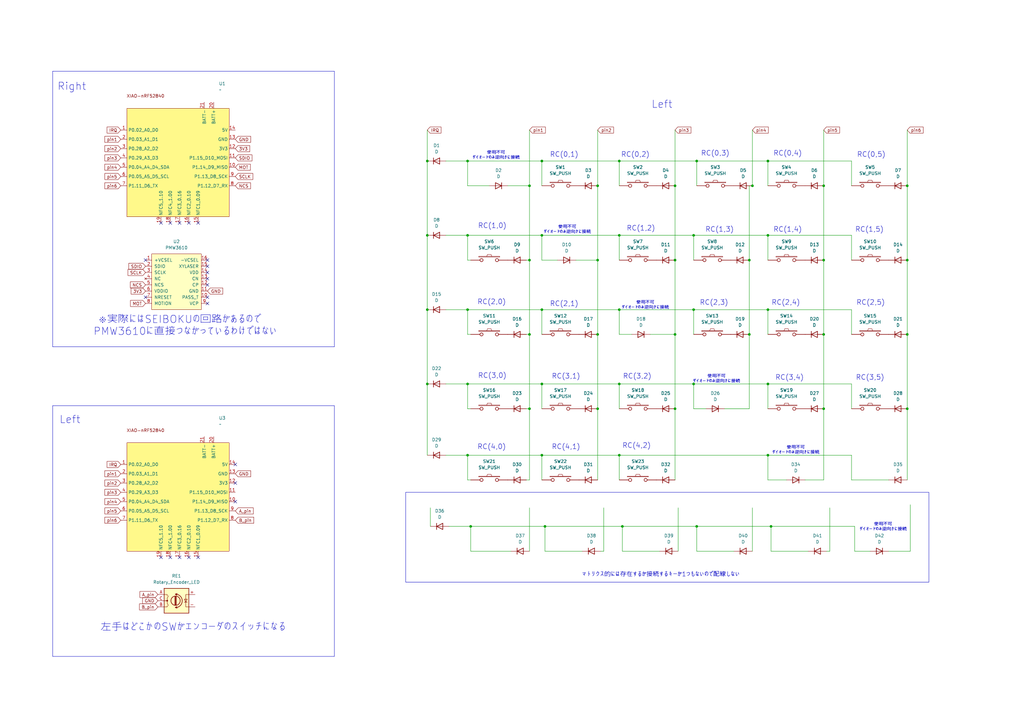
<source format=kicad_sch>
(kicad_sch (version 20250114) (generator "eeschema") (generator_version "9.0")
  (paper "A3")
  (rectangle (start 21.59 166.37) (end 137.16 269.24))
  (rectangle (start 166.37 201.93) (end 381 238.76))
  (rectangle (start 21.59 29.21) (end 137.16 142.24))
  (text "RC(4,0)" (at 201.676 183.388 0) (effects (font (size 2.032 2.032))))
  (text "使用不可\nダイオードのみ逆向きに接続" (at 472.694 67.564 0) (effects (font (size 1.27 1.27))))
  (text "RC(2,10)" (at 591.566 128.016 0) (effects (font (size 2.032 2.032))))
  (text "Right" (at 540.766 46.736 0) (effects (font (size 3.048 3.048))))
  (text "RC(4,8)" (at 530.352 186.69 0) (effects (font (size 2.032 2.032))))
  (text "RC(1,11)" (at 625.856 98.044 0) (effects (font (size 2.032 2.032))))
  (text "※実際にはSEIBOKUの回路があるので\n  PMW3610に直接つながっているわけではない" (at 73.66 133.604 0) (effects (font (size 3.048 3.048))))
  (text "使用不可\nダイオードのみ逆向きに接続" (at 362.204 216.154 0) (effects (font (size 1.27 1.27))))
  (text "使用不可\nダイオードのみ逆向きに接続" (at 595.63 188.468 0) (effects (font (size 1.27 1.27))))
  (text "左手はどこかのSWがエンコーダのスイッチになる" (at 79.248 257.302 0) (effects (font (size 3.048 3.048))))
  (text "RC(2,9)" (at 562.102 128.016 0) (effects (font (size 2.032 2.032))))
  (text "RC(3,4)" (at 323.85 154.94 0) (effects (font (size 2.032 2.032))))
  (text "RC(3,10)" (at 593.09 158.75 0) (effects (font (size 2.032 2.032))))
  (text "RC(2,4)" (at 322.326 124.206 0) (effects (font (size 2.032 2.032))))
  (text "RC(3,0)" (at 201.93 154.178 0) (effects (font (size 2.032 2.032))))
  (text "RC(0,2)" (at 260.604 63.5 0) (effects (font (size 2.032 2.032))))
  (text "RC(3,7)" (at 501.396 158.242 0) (effects (font (size 2.032 2.032))))
  (text "RC(1,3)" (at 295.148 94.234 0) (effects (font (size 2.032 2.032))))
  (text "使用不可\nダイオードのみ逆向きに接続" (at 326.39 184.658 0) (effects (font (size 1.27 1.27))))
  (text "使用不可\nダイオードのみ逆向きに接続" (at 563.118 159.258 0) (effects (font (size 1.27 1.27))))
  (text "RC(0,1)" (at 231.394 63.5 0) (effects (font (size 2.032 2.032))))
  (text "マトリクス的には存在するが接続するキーが1つもないので配線しない" (at 271.018 235.712 0) (effects (font (size 1.778 1.778))))
  (text "RC(2,6)" (at 470.916 127.762 0) (effects (font (size 2.032 2.032))))
  (text "RC(3,2)" (at 261.366 154.432 0) (effects (font (size 2.032 2.032))))
  (text "使用不可\nダイオードのみ逆向きに接続" (at 264.668 125.222 0) (effects (font (size 1.27 1.27))))
  (text "Left" (at 28.702 172.212 0) (effects (font (size 3.048 3.048))))
  (text "使用不可\nダイオードのみ逆向きに接続" (at 203.454 63.754 0) (effects (font (size 1.27 1.27))))
  (text "RC(1,5)" (at 356.616 94.234 0) (effects (font (size 2.032 2.032))))
  (text "RC(0,3)" (at 293.37 62.992 0) (effects (font (size 2.032 2.032))))
  (text "RC(1,9)" (at 564.388 98.044 0) (effects (font (size 2.032 2.032))))
  (text "RC(4,7)" (at 501.396 187.198 0) (effects (font (size 2.032 2.032))))
  (text "RC(0,8)" (at 529.844 67.31 0) (effects (font (size 2.032 2.032))))
  (text "RC(0,10)" (at 592.328 66.802 0) (effects (font (size 2.032 2.032))))
  (text "RC(2,5)" (at 357.124 124.206 0) (effects (font (size 2.032 2.032))))
  (text "使用不可\nダイオードのみ逆向きに接続" (at 533.908 129.032 0) (effects (font (size 1.27 1.27))))
  (text "RC(1,6)" (at 471.17 96.52 0) (effects (font (size 2.032 2.032))))
  (text "RC(4,1)" (at 232.156 183.388 0) (effects (font (size 2.032 2.032))))
  (text "RC(3,5)" (at 356.87 154.94 0) (effects (font (size 2.032 2.032))))
  (text "RC(4,2)" (at 261.112 182.88 0) (effects (font (size 2.032 2.032))))
  (text "RC(0,7)" (at 500.634 67.31 0) (effects (font (size 2.032 2.032))))
  (text "Left" (at 271.526 42.926 0) (effects (font (size 3.048 3.048))))
  (text "RC(3,8)" (at 530.606 158.242 0) (effects (font (size 2.032 2.032))))
  (text "RC(0,4)" (at 323.088 62.992 0) (effects (font (size 2.032 2.032))))
  (text "RC(3,6)" (at 471.17 157.988 0) (effects (font (size 2.032 2.032))))
  (text "RC(3,11)" (at 626.11 158.75 0) (effects (font (size 2.032 2.032))))
  (text "RC(2,7)" (at 500.634 128.524 0) (effects (font (size 2.032 2.032))))
  (text "RC(2,11)" (at 626.364 128.016 0) (effects (font (size 2.032 2.032))))
  (text "RC(1,4)" (at 323.088 94.234 0) (effects (font (size 2.032 2.032))))
  (text "RC(0,11)" (at 626.618 67.31 0) (effects (font (size 2.032 2.032))))
  (text "RC(2,0)" (at 201.676 123.952 0) (effects (font (size 2.032 2.032))))
  (text "RC(2,1)" (at 231.394 124.714 0) (effects (font (size 2.032 2.032))))
  (text "RC(1,8)" (at 532.13 97.536 0) (effects (font (size 2.032 2.032))))
  (text "RC(1,2)" (at 262.89 93.726 0) (effects (font (size 2.032 2.032))))
  (text "RC(0,9)" (at 562.61 66.802 0) (effects (font (size 2.032 2.032))))
  (text "RC(4,6)" (at 470.916 187.198 0) (effects (font (size 2.032 2.032))))
  (text "Right" (at 29.464 35.56 0) (effects (font (size 3.048 3.048))))
  (text "使用不可\nダイオードのみ逆向きに接続" (at 293.878 155.448 0) (effects (font (size 1.27 1.27))))
  (text "RC(2,3)" (at 292.862 124.206 0) (effects (font (size 2.032 2.032))))
  (text "RC(1,0)" (at 201.93 92.71 0) (effects (font (size 2.032 2.032))))
  (text "RC(0,5)" (at 357.378 63.5 0) (effects (font (size 2.032 2.032))))
  (text "使用不可\nダイオードのみ逆向きに接続" (at 232.664 94.234 0) (effects (font (size 1.27 1.27))))
  (text "RC(1,10)" (at 592.328 98.044 0) (effects (font (size 2.032 2.032))))
  (text "RC(3,1)" (at 232.156 154.432 0) (effects (font (size 2.032 2.032))))
  (text "使用不可\nダイオードのみ逆向きに接続" (at 501.904 98.044 0) (effects (font (size 1.27 1.27))))
  (junction (at 222.25 186.69))
  (junction (at 372.11 137.16))
  (junction (at 576.58 110.49))
  (junction (at 514.35 80.01))
  (junction (at 607.06 80.01))
  (junction (at 222.25 96.52))
  (junction (at 523.24 100.33))
  (junction (at 191.77 96.52))
  (junction (at 245.11 106.68))
  (junction (at 276.86 76.2))
  (junction (at 546.1 80.01))
  (junction (at 307.34 137.16))
  (junction (at 641.35 140.97))
  (junction (at 546.1 110.49))
  (junction (at 607.06 110.49))
  (junction (at 444.5 130.81))
  (junction (at 308.61 76.2))
  (junction (at 193.04 215.9))
  (junction (at 254 96.52))
  (junction (at 444.5 100.33))
  (junction (at 372.11 76.2))
  (junction (at 337.82 137.16))
  (junction (at 444.5 161.29))
  (junction (at 523.24 161.29))
  (junction (at 191.77 186.69))
  (junction (at 491.49 100.33))
  (junction (at 546.1 140.97))
  (junction (at 514.35 110.49))
  (junction (at 584.2 130.81))
  (junction (at 314.96 66.04))
  (junction (at 491.49 161.29))
  (junction (at 175.26 66.04))
  (junction (at 175.26 96.52))
  (junction (at 491.49 69.85))
  (junction (at 254 186.69))
  (junction (at 175.26 127))
  (junction (at 584.2 190.5))
  (junction (at 461.01 130.81))
  (junction (at 576.58 140.97))
  (junction (at 486.41 80.01))
  (junction (at 285.75 215.9))
  (junction (at 553.72 130.81))
  (junction (at 577.85 80.01))
  (junction (at 553.72 100.33))
  (junction (at 584.2 161.29))
  (junction (at 461.01 100.33))
  (junction (at 641.35 80.01))
  (junction (at 523.24 130.81))
  (junction (at 314.96 186.69))
  (junction (at 285.75 66.04))
  (junction (at 584.2 100.33))
  (junction (at 276.86 106.68))
  (junction (at 254 157.48))
  (junction (at 372.11 106.68))
  (junction (at 254 66.04))
  (junction (at 191.77 127))
  (junction (at 217.17 106.68))
  (junction (at 222.25 127))
  (junction (at 314.96 127))
  (junction (at 314.96 96.52))
  (junction (at 245.11 137.16))
  (junction (at 607.06 171.45))
  (junction (at 191.77 66.04))
  (junction (at 554.99 69.85))
  (junction (at 461.01 161.29))
  (junction (at 276.86 137.16))
  (junction (at 523.24 190.5))
  (junction (at 245.11 167.64))
  (junction (at 514.35 140.97))
  (junction (at 491.49 130.81))
  (junction (at 523.24 69.85))
  (junction (at 217.17 167.64))
  (junction (at 486.41 110.49))
  (junction (at 486.41 140.97))
  (junction (at 316.23 215.9))
  (junction (at 307.34 106.68))
  (junction (at 284.48 127))
  (junction (at 514.35 171.45))
  (junction (at 444.5 69.85))
  (junction (at 486.41 171.45))
  (junction (at 254 127))
  (junction (at 191.77 157.48))
  (junction (at 255.27 215.9))
  (junction (at 217.17 137.16))
  (junction (at 461.01 69.85))
  (junction (at 372.11 167.64))
  (junction (at 314.96 157.48))
  (junction (at 461.01 190.5))
  (junction (at 223.52 215.9))
  (junction (at 641.35 171.45))
  (junction (at 284.48 96.52))
  (junction (at 175.26 157.48))
  (junction (at 337.82 167.64))
  (junction (at 222.25 157.48))
  (junction (at 276.86 167.64))
  (junction (at 546.1 171.45))
  (junction (at 217.17 76.2))
  (junction (at 284.48 157.48))
  (junction (at 245.11 76.2))
  (junction (at 553.72 161.29))
  (junction (at 584.2 69.85))
  (junction (at 491.49 190.5))
  (junction (at 337.82 106.68))
  (junction (at 337.82 76.2))
  (junction (at 641.35 110.49))
  (junction (at 222.25 66.04))
  (junction (at 607.06 140.97))
  (no_connect (at 77.47 228.6))
  (no_connect (at 85.09 106.68))
  (no_connect (at 73.66 228.6))
  (no_connect (at 66.04 228.6))
  (no_connect (at 77.47 91.44))
  (no_connect (at 85.09 124.46))
  (no_connect (at 66.04 91.44))
  (no_connect (at 85.09 116.84))
  (no_connect (at 59.69 121.92))
  (no_connect (at 81.28 91.44))
  (no_connect (at 81.28 228.6))
  (no_connect (at 69.85 91.44))
  (no_connect (at 85.09 121.92))
  (no_connect (at 85.09 114.3))
  (no_connect (at 59.69 106.68))
  (no_connect (at 96.52 198.12))
  (no_connect (at 85.09 111.76))
  (no_connect (at 96.52 205.74))
  (no_connect (at 69.85 228.6))
  (no_connect (at 96.52 190.5))
  (no_connect (at 85.09 109.22))
  (no_connect (at 73.66 91.44))
  (wire (pts (xy 491.49 200.66) (xy 491.49 190.5)))
  (wire (pts (xy 247.65 208.28) (xy 247.65 226.06)))
  (wire (pts (xy 461.01 130.81) (xy 452.12 130.81)))
  (wire (pts (xy 349.25 66.04) (xy 349.25 76.2)))
  (wire (pts (xy 176.53 208.28) (xy 176.53 215.9)))
  (wire (pts (xy 523.24 190.5) (xy 584.2 190.5)))
  (wire (pts (xy 523.24 69.85) (xy 554.99 69.85)))
  (wire (pts (xy 444.5 57.15) (xy 444.5 69.85)))
  (wire (pts (xy 191.77 96.52) (xy 182.88 96.52)))
  (wire (pts (xy 330.2 196.85) (xy 337.82 196.85)))
  (wire (pts (xy 607.06 80.01) (xy 607.06 57.15)))
  (wire (pts (xy 577.85 80.01) (xy 577.85 57.15)))
  (wire (pts (xy 285.75 215.9) (xy 285.75 226.06)))
  (wire (pts (xy 314.96 196.85) (xy 322.58 196.85)))
  (wire (pts (xy 316.23 215.9) (xy 316.23 226.06)))
  (wire (pts (xy 584.2 161.29) (xy 618.49 161.29)))
  (wire (pts (xy 284.48 96.52) (xy 314.96 96.52)))
  (wire (pts (xy 514.35 57.15) (xy 514.35 80.01)))
  (wire (pts (xy 461.01 69.85) (xy 491.49 69.85)))
  (wire (pts (xy 307.34 76.2) (xy 308.61 76.2)))
  (wire (pts (xy 314.96 96.52) (xy 314.96 106.68)))
  (wire (pts (xy 607.06 171.45) (xy 607.06 200.66)))
  (wire (pts (xy 222.25 157.48) (xy 254 157.48)))
  (wire (pts (xy 618.49 69.85) (xy 618.49 80.01)))
  (wire (pts (xy 584.2 100.33) (xy 584.2 110.49)))
  (wire (pts (xy 254 66.04) (xy 285.75 66.04)))
  (wire (pts (xy 485.14 171.45) (xy 486.41 171.45)))
  (wire (pts (xy 576.58 140.97) (xy 576.58 110.49)))
  (wire (pts (xy 285.75 66.04) (xy 285.75 76.2)))
  (wire (pts (xy 553.72 161.29) (xy 584.2 161.29)))
  (wire (pts (xy 373.38 226.06) (xy 373.38 207.01)))
  (wire (pts (xy 223.52 226.06) (xy 238.76 226.06)))
  (wire (pts (xy 553.72 100.33) (xy 584.2 100.33)))
  (wire (pts (xy 245.11 106.68) (xy 245.11 137.16)))
  (wire (pts (xy 175.26 53.34) (xy 175.26 66.04)))
  (wire (pts (xy 340.36 226.06) (xy 339.09 226.06)))
  (wire (pts (xy 191.77 96.52) (xy 222.25 96.52)))
  (wire (pts (xy 254 127) (xy 254 137.16)))
  (wire (pts (xy 191.77 167.64) (xy 193.04 167.64)))
  (wire (pts (xy 307.34 137.16) (xy 307.34 167.64)))
  (wire (pts (xy 461.01 140.97) (xy 461.01 130.81)))
  (wire (pts (xy 222.25 106.68) (xy 222.25 96.52)))
  (wire (pts (xy 314.96 186.69) (xy 349.25 186.69)))
  (wire (pts (xy 546.1 140.97) (xy 546.1 171.45)))
  (wire (pts (xy 340.36 208.28) (xy 340.36 226.06)))
  (wire (pts (xy 576.58 110.49) (xy 576.58 80.01)))
  (wire (pts (xy 505.46 110.49) (xy 514.35 110.49)))
  (wire (pts (xy 193.04 226.06) (xy 193.04 215.9)))
  (wire (pts (xy 584.2 69.85) (xy 618.49 69.85)))
  (wire (pts (xy 514.35 171.45) (xy 514.35 200.66)))
  (wire (pts (xy 191.77 186.69) (xy 222.25 186.69)))
  (wire (pts (xy 461.01 130.81) (xy 491.49 130.81)))
  (wire (pts (xy 208.28 76.2) (xy 217.17 76.2)))
  (wire (pts (xy 215.9 137.16) (xy 217.17 137.16)))
  (wire (pts (xy 523.24 130.81) (xy 523.24 140.97)))
  (wire (pts (xy 314.96 66.04) (xy 314.96 76.2)))
  (wire (pts (xy 491.49 161.29) (xy 523.24 161.29)))
  (wire (pts (xy 314.96 127) (xy 349.25 127)))
  (wire (pts (xy 314.96 157.48) (xy 314.96 167.64)))
  (wire (pts (xy 372.11 137.16) (xy 372.11 167.64)))
  (wire (pts (xy 217.17 53.34) (xy 217.17 76.2)))
  (wire (pts (xy 452.12 69.85) (xy 461.01 69.85)))
  (wire (pts (xy 491.49 110.49) (xy 497.84 110.49)))
  (wire (pts (xy 584.2 130.81) (xy 584.2 140.97)))
  (wire (pts (xy 576.58 80.01) (xy 577.85 80.01)))
  (wire (pts (xy 618.49 190.5) (xy 618.49 200.66)))
  (wire (pts (xy 254 137.16) (xy 259.08 137.16)))
  (wire (pts (xy 641.35 140.97) (xy 641.35 171.45)))
  (wire (pts (xy 223.52 215.9) (xy 255.27 215.9)))
  (wire (pts (xy 491.49 130.81) (xy 523.24 130.81)))
  (wire (pts (xy 576.58 140.97) (xy 576.58 171.45)))
  (wire (pts (xy 607.06 140.97) (xy 607.06 171.45)))
  (wire (pts (xy 255.27 215.9) (xy 285.75 215.9)))
  (wire (pts (xy 236.22 106.68) (xy 245.11 106.68)))
  (wire (pts (xy 337.82 106.68) (xy 337.82 137.16)))
  (wire (pts (xy 350.52 226.06) (xy 356.87 226.06)))
  (wire (pts (xy 491.49 100.33) (xy 523.24 100.33)))
  (wire (pts (xy 546.1 80.01) (xy 546.1 57.15)))
  (wire (pts (xy 222.25 137.16) (xy 222.25 127)))
  (wire (pts (xy 553.72 130.81) (xy 553.72 140.97)))
  (wire (pts (xy 222.25 106.68) (xy 228.6 106.68)))
  (wire (pts (xy 523.24 161.29) (xy 553.72 161.29)))
  (wire (pts (xy 316.23 226.06) (xy 331.47 226.06)))
  (wire (pts (xy 222.25 196.85) (xy 222.25 186.69)))
  (wire (pts (xy 215.9 106.68) (xy 217.17 106.68)))
  (wire (pts (xy 461.01 161.29) (xy 491.49 161.29)))
  (wire (pts (xy 191.77 196.85) (xy 191.77 186.69)))
  (wire (pts (xy 584.2 69.85) (xy 584.2 80.01)))
  (wire (pts (xy 254 186.69) (xy 254 196.85)))
  (wire (pts (xy 553.72 171.45) (xy 558.8 171.45)))
  (wire (pts (xy 491.49 110.49) (xy 491.49 100.33)))
  (wire (pts (xy 486.41 80.01) (xy 486.41 110.49)))
  (wire (pts (xy 284.48 96.52) (xy 284.48 106.68)))
  (wire (pts (xy 523.24 100.33) (xy 523.24 110.49)))
  (wire (pts (xy 523.24 140.97) (xy 528.32 140.97)))
  (wire (pts (xy 461.01 69.85) (xy 461.01 80.01)))
  (wire (pts (xy 523.24 69.85) (xy 523.24 80.01)))
  (wire (pts (xy 477.52 80.01) (xy 486.41 80.01)))
  (wire (pts (xy 491.49 171.45) (xy 491.49 161.29)))
  (wire (pts (xy 461.01 200.66) (xy 462.28 200.66)))
  (wire (pts (xy 314.96 66.04) (xy 349.25 66.04)))
  (wire (pts (xy 553.72 161.29) (xy 553.72 171.45)))
  (wire (pts (xy 254 127) (xy 284.48 127)))
  (wire (pts (xy 461.01 100.33) (xy 491.49 100.33)))
  (wire (pts (xy 566.42 171.45) (xy 576.58 171.45)))
  (wire (pts (xy 523.24 190.5) (xy 523.24 200.66)))
  (wire (pts (xy 444.5 161.29) (xy 444.5 130.81)))
  (wire (pts (xy 337.82 76.2) (xy 337.82 106.68)))
  (wire (pts (xy 485.14 110.49) (xy 486.41 110.49)))
  (wire (pts (xy 461.01 80.01) (xy 469.9 80.01)))
  (wire (pts (xy 284.48 157.48) (xy 314.96 157.48)))
  (wire (pts (xy 316.23 215.9) (xy 350.52 215.9)))
  (wire (pts (xy 337.82 76.2) (xy 337.82 53.34)))
  (wire (pts (xy 461.01 190.5) (xy 452.12 190.5)))
  (wire (pts (xy 461.01 161.29) (xy 452.12 161.29)))
  (wire (pts (xy 349.25 96.52) (xy 349.25 106.68)))
  (wire (pts (xy 222.25 66.04) (xy 254 66.04)))
  (wire (pts (xy 372.11 76.2) (xy 372.11 53.34)))
  (wire (pts (xy 461.01 100.33) (xy 452.12 100.33)))
  (wire (pts (xy 618.49 100.33) (xy 618.49 110.49)))
  (wire (pts (xy 255.27 226.06) (xy 270.51 226.06)))
  (wire (pts (xy 191.77 66.04) (xy 191.77 76.2)))
  (wire (pts (xy 276.86 76.2) (xy 276.86 106.68)))
  (wire (pts (xy 461.01 110.49) (xy 462.28 110.49)))
  (wire (pts (xy 372.11 106.68) (xy 372.11 76.2)))
  (wire (pts (xy 222.25 66.04) (xy 222.25 76.2)))
  (wire (pts (xy 337.82 167.64) (xy 337.82 196.85)))
  (wire (pts (xy 461.01 140.97) (xy 462.28 140.97)))
  (wire (pts (xy 278.13 208.28) (xy 278.13 226.06)))
  (wire (pts (xy 641.35 80.01) (xy 641.35 57.15)))
  (wire (pts (xy 222.25 186.69) (xy 254 186.69)))
  (wire (pts (xy 546.1 80.01) (xy 546.1 110.49)))
  (wire (pts (xy 554.99 69.85) (xy 554.99 80.01)))
  (wire (pts (xy 285.75 215.9) (xy 316.23 215.9)))
  (wire (pts (xy 215.9 196.85) (xy 217.17 196.85)))
  (wire (pts (xy 255.27 215.9) (xy 255.27 226.06)))
  (wire (pts (xy 553.72 100.33) (xy 553.72 110.49)))
  (wire (pts (xy 364.49 226.06) (xy 373.38 226.06)))
  (wire (pts (xy 276.86 76.2) (xy 276.86 53.34)))
  (wire (pts (xy 349.25 157.48) (xy 349.25 167.64)))
  (wire (pts (xy 191.77 167.64) (xy 191.77 157.48)))
  (wire (pts (xy 641.35 140.97) (xy 641.35 110.49)))
  (wire (pts (xy 314.96 157.48) (xy 349.25 157.48)))
  (wire (pts (xy 254 66.04) (xy 254 76.2)))
  (wire (pts (xy 491.49 190.5) (xy 523.24 190.5)))
  (wire (pts (xy 444.5 130.81) (xy 444.5 100.33)))
  (wire (pts (xy 461.01 171.45) (xy 461.01 161.29)))
  (wire (pts (xy 372.11 137.16) (xy 372.11 106.68)))
  (wire (pts (xy 314.96 96.52) (xy 349.25 96.52)))
  (wire (pts (xy 546.1 171.45) (xy 546.1 200.66)))
  (wire (pts (xy 641.35 110.49) (xy 641.35 80.01)))
  (wire (pts (xy 584.2 200.66) (xy 591.82 200.66)))
  (wire (pts (xy 485.14 140.97) (xy 486.41 140.97)))
  (wire (pts (xy 254 157.48) (xy 254 167.64)))
  (wire (pts (xy 372.11 167.64) (xy 372.11 196.85)))
  (wire (pts (xy 217.17 208.28) (xy 217.17 226.06)))
  (wire (pts (xy 191.77 137.16) (xy 191.77 127)))
  (wire (pts (xy 284.48 167.64) (xy 289.56 167.64)))
  (wire (pts (xy 584.2 190.5) (xy 618.49 190.5)))
  (wire (pts (xy 546.1 110.49) (xy 546.1 140.97)))
  (wire (pts (xy 276.86 167.64) (xy 276.86 196.85)))
  (wire (pts (xy 191.77 106.68) (xy 191.77 96.52)))
  (wire (pts (xy 245.11 53.34) (xy 245.11 76.2)))
  (wire (pts (xy 584.2 100.33) (xy 618.49 100.33)))
  (wire (pts (xy 191.77 196.85) (xy 193.04 196.85)))
  (wire (pts (xy 523.24 130.81) (xy 553.72 130.81)))
  (wire (pts (xy 314.96 127) (xy 314.96 137.16)))
  (wire (pts (xy 276.86 106.68) (xy 276.86 137.16)))
  (wire (pts (xy 337.82 137.16) (xy 337.82 167.64)))
  (wire (pts (xy 618.49 200.66) (xy 633.73 200.66)))
  (wire (pts (xy 254 96.52) (xy 254 106.68)))
  (wire (pts (xy 514.35 140.97) (xy 514.35 171.45)))
  (wire (pts (xy 222.25 127) (xy 254 127)))
  (wire (pts (xy 618.49 161.29) (xy 618.49 171.45)))
  (wire (pts (xy 641.35 171.45) (xy 641.35 200.66)))
  (wire (pts (xy 514.35 110.49) (xy 514.35 140.97)))
  (wire (pts (xy 486.41 171.45) (xy 486.41 200.66)))
  (wire (pts (xy 486.41 110.49) (xy 486.41 140.97)))
  (wire (pts (xy 254 186.69) (xy 314.96 186.69)))
  (wire (pts (xy 349.25 196.85) (xy 364.49 196.85)))
  (wire (pts (xy 245.11 76.2) (xy 245.11 106.68)))
  (wire (pts (xy 461.01 171.45) (xy 462.28 171.45)))
  (wire (pts (xy 191.77 76.2) (xy 200.66 76.2)))
  (wire (pts (xy 491.49 69.85) (xy 491.49 80.01)))
  (wire (pts (xy 182.88 66.04) (xy 191.77 66.04)))
  (wire (pts (xy 191.77 157.48) (xy 222.25 157.48)))
  (wire (pts (xy 461.01 200.66) (xy 461.01 190.5)))
  (wire (pts (xy 607.06 80.01) (xy 607.06 110.49)))
  (wire (pts (xy 297.18 167.64) (xy 307.34 167.64)))
  (wire (pts (xy 491.49 69.85) (xy 523.24 69.85)))
  (wire (pts (xy 191.77 127) (xy 182.88 127)))
  (wire (pts (xy 175.26 157.48) (xy 175.26 127)))
  (wire (pts (xy 284.48 127) (xy 314.96 127)))
  (wire (pts (xy 584.2 190.5) (xy 584.2 200.66)))
  (wire (pts (xy 254 157.48) (xy 284.48 157.48)))
  (wire (pts (xy 191.77 127) (xy 222.25 127)))
  (wire (pts (xy 307.34 106.68) (xy 307.34 76.2)))
  (wire (pts (xy 222.25 96.52) (xy 254 96.52)))
  (wire (pts (xy 175.26 127) (xy 175.26 96.52)))
  (wire (pts (xy 618.49 130.81) (xy 618.49 140.97)))
  (wire (pts (xy 191.77 186.69) (xy 182.88 186.69)))
  (wire (pts (xy 349.25 127) (xy 349.25 137.16)))
  (wire (pts (xy 175.26 157.48) (xy 175.26 186.69)))
  (wire (pts (xy 285.75 66.04) (xy 314.96 66.04)))
  (wire (pts (xy 350.52 215.9) (xy 350.52 226.06)))
  (wire (pts (xy 523.24 100.33) (xy 553.72 100.33)))
  (wire (pts (xy 486.41 57.15) (xy 486.41 80.01)))
  (wire (pts (xy 349.25 186.69) (xy 349.25 196.85)))
  (wire (pts (xy 584.2 161.29) (xy 584.2 171.45)))
  (wire (pts (xy 254 96.52) (xy 284.48 96.52)))
  (wire (pts (xy 245.11 167.64) (xy 245.11 196.85)))
  (wire (pts (xy 314.96 186.69) (xy 314.96 196.85)))
  (wire (pts (xy 514.35 80.01) (xy 514.35 110.49)))
  (wire (pts (xy 191.77 106.68) (xy 193.04 106.68)))
  (wire (pts (xy 461.01 110.49) (xy 461.01 100.33)))
  (wire (pts (xy 485.14 200.66) (xy 486.41 200.66)))
  (wire (pts (xy 217.17 106.68) (xy 217.17 137.16)))
  (wire (pts (xy 554.99 69.85) (xy 584.2 69.85)))
  (wire (pts (xy 217.17 137.16) (xy 217.17 167.64)))
  (wire (pts (xy 599.44 200.66) (xy 607.06 200.66)))
  (wire (pts (xy 553.72 130.81) (xy 584.2 130.81)))
  (wire (pts (xy 245.11 137.16) (xy 245.11 167.64)))
  (wire (pts (xy 193.04 215.9) (xy 184.15 215.9)))
  (wire (pts (xy 284.48 157.48) (xy 284.48 167.64)))
  (wire (pts (xy 193.04 215.9) (xy 223.52 215.9)))
  (wire (pts (xy 175.26 66.04) (xy 175.26 96.52)))
  (wire (pts (xy 193.04 226.06) (xy 209.55 226.06)))
  (wire (pts (xy 217.17 76.2) (xy 217.17 106.68)))
  (wire (pts (xy 308.61 208.28) (xy 308.61 226.06)))
  (wire (pts (xy 491.49 140.97) (xy 491.49 130.81)))
  (wire (pts (xy 247.65 226.06) (xy 246.38 226.06)))
  (wire (pts (xy 222.25 167.64) (xy 222.25 157.48)))
  (wire (pts (xy 486.41 140.97) (xy 486.41 171.45)))
  (wire (pts (xy 307.34 137.16) (xy 307.34 106.68)))
  (wire (pts (xy 285.75 226.06) (xy 300.99 226.06)))
  (wire (pts (xy 284.48 127) (xy 284.48 137.16)))
  (wire (pts (xy 607.06 110.49) (xy 607.06 140.97)))
  (wire (pts (xy 523.24 161.29) (xy 523.24 171.45)))
  (wire (pts (xy 215.9 167.64) (xy 217.17 167.64)))
  (wire (pts (xy 444.5 161.29) (xy 444.5 190.5)))
  (wire (pts (xy 217.17 167.64) (xy 217.17 196.85)))
  (wire (pts (xy 461.01 190.5) (xy 491.49 190.5)))
  (wire (pts (xy 444.5 69.85) (xy 444.5 100.33)))
  (wire (pts (xy 535.94 140.97) (xy 546.1 140.97)))
  (wire (pts (xy 191.77 137.16) (xy 193.04 137.16)))
  (wire (pts (xy 191.77 66.04) (xy 222.25 66.04)))
  (wire (pts (xy 266.7 137.16) (xy 276.86 137.16)))
  (wire (pts (xy 191.77 157.48) (xy 182.88 157.48)))
  (wire (pts (xy 308.61 76.2) (xy 308.61 53.34)))
  (wire (pts (xy 584.2 130.81) (xy 618.49 130.81)))
  (wire (pts (xy 276.86 137.16) (xy 276.86 167.64)))
  (wire (pts (xy 223.52 226.06) (xy 223.52 215.9)))
  (global_label "pin5" (shape input) (at 49.53 72.39 180) (property "Intersheetrefs" "${INTERSHEET_REFS}" (effects (hide yes))))
  (global_label "GND" (shape input) (at 64.77 246.38 180) (property "Intersheetrefs" "${INTERSHEET_REFS}" (effects (hide yes))))
  (global_label "pin6" (shape input) (at 641.35 57.15 0) (property "Intersheetrefs" "${INTERSHEET_REFS}" (effects (hide yes))))
  (global_label "pin3" (shape input) (at 49.53 201.93 180) (property "Intersheetrefs" "${INTERSHEET_REFS}" (effects (hide yes))))
  (global_label "pin5" (shape input) (at 49.53 209.55 180) (property "Intersheetrefs" "${INTERSHEET_REFS}" (effects (hide yes))))
  (global_label "GND" (shape input) (at 85.09 119.38 0) (property "Intersheetrefs" "${INTERSHEET_REFS}" (effects (hide yes))))
  (global_label "pin3" (shape input) (at 546.1 57.15 0) (property "Intersheetrefs" "${INTERSHEET_REFS}" (effects (hide yes))))
  (global_label "pin4" (shape input) (at 49.53 68.58 180) (property "Intersheetrefs" "${INTERSHEET_REFS}" (effects (hide yes))))
  (global_label "pin4" (shape input) (at 308.61 53.34 0) (property "Intersheetrefs" "${INTERSHEET_REFS}" (effects (hide yes))))
  (global_label "IRQ" (shape input) (at 175.26 53.34 0) (property "Intersheetrefs" "${INTERSHEET_REFS}" (effects (hide yes))))
  (global_label "pin6" (shape input) (at 49.53 76.2 180) (property "Intersheetrefs" "${INTERSHEET_REFS}" (effects (hide yes))))
  (global_label "GND" (shape input) (at 96.52 194.31 0) (property "Intersheetrefs" "${INTERSHEET_REFS}" (effects (hide yes))))
  (global_label "pin1" (shape input) (at 49.53 194.31 180) (property "Intersheetrefs" "${INTERSHEET_REFS}" (effects (hide yes))))
  (global_label "pin1" (shape input) (at 486.41 57.15 0) (property "Intersheetrefs" "${INTERSHEET_REFS}" (effects (hide yes))))
  (global_label "pin2" (shape input) (at 514.35 57.15 0) (property "Intersheetrefs" "${INTERSHEET_REFS}" (effects (hide yes))))
  (global_label "pin4" (shape input) (at 577.85 57.15 0) (property "Intersheetrefs" "${INTERSHEET_REFS}" (effects (hide yes))))
  (global_label "pin6" (shape input) (at 372.11 53.34 0) (property "Intersheetrefs" "${INTERSHEET_REFS}" (effects (hide yes))))
  (global_label "pin5" (shape input) (at 337.82 53.34 0) (property "Intersheetrefs" "${INTERSHEET_REFS}" (effects (hide yes))))
  (global_label "pin2" (shape input) (at 245.11 53.34 0) (property "Intersheetrefs" "${INTERSHEET_REFS}" (effects (hide yes))))
  (global_label "pin1" (shape input) (at 217.17 53.34 0) (property "Intersheetrefs" "${INTERSHEET_REFS}" (effects (hide yes))))
  (global_label "pin3" (shape input) (at 49.53 64.77 180) (property "Intersheetrefs" "${INTERSHEET_REFS}" (effects (hide yes))))
  (global_label "pin1" (shape input) (at 49.53 57.15 180) (property "Intersheetrefs" "${INTERSHEET_REFS}" (effects (hide yes))))
  (global_label "pin2" (shape input) (at 49.53 198.12 180) (property "Intersheetrefs" "${INTERSHEET_REFS}" (effects (hide yes))))
  (global_label "A_pin" (shape input) (at 96.52 209.55 0) (property "Intersheetrefs" "${INTERSHEET_REFS}" (effects (hide yes))))
  (global_label "pin5" (shape input) (at 607.06 57.15 0) (property "Intersheetrefs" "${INTERSHEET_REFS}" (effects (hide yes))))
  (global_label "SDIO" (shape input) (at 59.69 109.22 180) (property "Intersheetrefs" "${INTERSHEET_REFS}" (effects (hide yes))))
  (global_label "NCS" (shape input) (at 96.52 76.2 0) (property "Intersheetrefs" "${INTERSHEET_REFS}" (effects (hide yes))))
  (global_label "MOT" (shape input) (at 96.52 68.58 0) (property "Intersheetrefs" "${INTERSHEET_REFS}" (effects (hide yes))))
  (global_label "SDIO" (shape input) (at 96.52 64.77 0) (property "Intersheetrefs" "${INTERSHEET_REFS}" (effects (hide yes))))
  (global_label "IRQ" (shape input) (at 49.53 53.34 180) (property "Intersheetrefs" "${INTERSHEET_REFS}" (effects (hide yes))))
  (global_label "IRQ" (shape input) (at 444.5 57.15 0) (property "Intersheetrefs" "${INTERSHEET_REFS}" (effects (hide yes))))
  (global_label "pin4" (shape input) (at 49.53 205.74 180) (property "Intersheetrefs" "${INTERSHEET_REFS}" (effects (hide yes))))
  (global_label "pin6" (shape input) (at 49.53 213.36 180) (property "Intersheetrefs" "${INTERSHEET_REFS}" (effects (hide yes))))
  (global_label "SCLK" (shape input) (at 59.69 111.76 180) (property "Intersheetrefs" "${INTERSHEET_REFS}" (effects (hide yes))))
  (global_label "A_pin" (shape input) (at 64.77 243.84 180) (property "Intersheetrefs" "${INTERSHEET_REFS}" (effects (hide yes))))
  (global_label "SCLK" (shape input) (at 96.52 72.39 0) (property "Intersheetrefs" "${INTERSHEET_REFS}" (effects (hide yes))))
  (global_label "pin3" (shape input) (at 276.86 53.34 0) (property "Intersheetrefs" "${INTERSHEET_REFS}" (effects (hide yes))))
  (global_label "MOT" (shape input) (at 59.69 124.46 180) (property "Intersheetrefs" "${INTERSHEET_REFS}" (effects (hide yes))))
  (global_label "GND" (shape input) (at 96.52 57.15 0) (property "Intersheetrefs" "${INTERSHEET_REFS}" (effects (hide yes))))
  (global_label "NCS" (shape input) (at 59.69 116.84 180) (property "Intersheetrefs" "${INTERSHEET_REFS}" (effects (hide yes))))
  (global_label "B_pin" (shape input) (at 64.77 248.92 180) (property "Intersheetrefs" "${INTERSHEET_REFS}" (effects (hide yes))))
  (global_label "pin2" (shape input) (at 49.53 60.96 180) (property "Intersheetrefs" "${INTERSHEET_REFS}" (effects (hide yes))))
  (global_label "B_pin" (shape input) (at 96.52 213.36 0) (property "Intersheetrefs" "${INTERSHEET_REFS}" (effects (hide yes))))
  (global_label "3V3" (shape input) (at 59.69 119.38 180) (property "Intersheetrefs" "${INTERSHEET_REFS}" (effects (hide yes))))
  (global_label "3V3" (shape input) (at 96.52 60.96 0) (property "Intersheetrefs" "${INTERSHEET_REFS}" (effects (hide yes))))
  (global_label "IRQ" (shape input) (at 49.53 190.5 180) (property "Intersheetrefs" "${INTERSHEET_REFS}" (effects (hide yes))))
  (symbol (lib_id "kbd:SW_PUSH") (at 261.62 167.64 0) (unit 1)
    (property "Reference" "SW18" (at 261.62 160.02 0))
    (property "Value" "SW_PUSH" (at 261.62 162.56 0))
  )
  (symbol (lib_id "Device:D") (at 179.07 96.52 0) (unit 1)
    (property "Reference" "D8" (at 179.07 90.17 0))
    (property "Value" "D" (at 179.07 92.71 0))
    (property "Description" "Diode" (effects (hide yes)))
    (property "Sim.Device" "D" (effects (hide yes)))
    (property "Sim.Pins" "1=K 2=A" (effects (hide yes)))
  )
  (symbol (lib_id "Device:D") (at 603.25 80.01 0) (unit 1)
    (property "Reference" "D67" (at 603.25 73.66 0))
    (property "Value" "D" (at 603.25 76.2 0))
    (property "Description" "Diode" (effects (hide yes)))
    (property "Sim.Device" "D" (effects (hide yes)))
    (property "Sim.Pins" "1=K 2=A" (effects (hide yes)))
  )
  (symbol (lib_id "Device:D") (at 542.29 110.49 0) (unit 1)
    (property "Reference" "D59" (at 542.29 104.14 0))
    (property "Value" "D" (at 542.29 106.68 0))
    (property "Description" "Diode" (effects (hide yes)))
    (property "Sim.Device" "D" (effects (hide yes)))
    (property "Sim.Pins" "1=K 2=A" (effects (hide yes)))
  )
  (symbol (lib_id "kbd:SW_PUSH") (at 200.66 196.85 0) (unit 1)
    (property "Reference" "SW21" (at 200.66 189.23 0))
    (property "Value" "SW_PUSH" (at 200.66 191.77 0))
  )
  (symbol (lib_id "kbd:SW_PUSH") (at 293.37 76.2 0) (unit 1)
    (property "Reference" "SW3" (at 293.37 68.58 0))
    (property "Value" "SW_PUSH" (at 293.37 71.12 0))
  )
  (symbol (lib_id "Device:D") (at 232.41 106.68 180) (unit 1)
    (property "Reference" "D10" (at 232.41 100.33 0))
    (property "Value" "D" (at 232.41 102.87 0))
    (property "Description" "Diode" (effects (hide yes)))
    (property "Sim.Device" "D" (effects (hide yes)))
    (property "Sim.Pins" "1=K 2=A" (effects (hide yes)))
  )
  (symbol (lib_id "kbd:SW_PUSH") (at 626.11 140.97 0) (unit 1)
    (property "Reference" "SW45" (at 626.11 133.35 0))
    (property "Value" "SW_PUSH" (at 626.11 135.89 0))
  )
  (symbol (lib_id "Device:D") (at 212.09 167.64 0) (unit 1)
    (property "Reference" "D23" (at 212.09 161.29 0))
    (property "Value" "D" (at 212.09 163.83 0))
    (property "Description" "Diode" (effects (hide yes)))
    (property "Sim.Device" "D" (effects (hide yes)))
    (property "Sim.Pins" "1=K 2=A" (effects (hide yes)))
  )
  (symbol (lib_id "Device:D") (at 603.25 140.97 0) (unit 1)
    (property "Reference" "D69" (at 603.25 134.62 0))
    (property "Value" "D" (at 603.25 137.16 0))
    (property "Description" "Diode" (effects (hide yes)))
    (property "Sim.Device" "D" (effects (hide yes)))
    (property "Sim.Pins" "1=K 2=A" (effects (hide yes)))
  )
  (symbol (lib_id "kbd:SW_PUSH") (at 499.11 140.97 0) (unit 1)
    (property "Reference" "SW29" (at 499.11 133.35 0))
    (property "Value" "SW_PUSH" (at 499.11 135.89 0))
  )
  (symbol (lib_id "kbd:SW_PUSH") (at 469.9 140.97 0) (unit 1)
    (property "Reference" "SW25" (at 469.9 133.35 0))
    (property "Value" "SW_PUSH" (at 469.9 135.89 0))
  )
  (symbol (lib_id "Device:D") (at 532.13 140.97 180) (unit 1)
    (property "Reference" "D57" (at 532.13 134.62 0))
    (property "Value" "D" (at 532.13 137.16 0))
    (property "Description" "Diode" (effects (hide yes)))
    (property "Sim.Device" "D" (effects (hide yes)))
    (property "Sim.Pins" "1=K 2=A" (effects (hide yes)))
  )
  (symbol (lib_id "kbd:SW_PUSH") (at 626.11 171.45 0) (unit 1)
    (property "Reference" "SW46" (at 626.11 163.83 0))
    (property "Value" "SW_PUSH" (at 626.11 166.37 0))
  )
  (symbol (lib_id "Device:D") (at 204.47 76.2 180) (unit 1)
    (property "Reference" "D2" (at 204.47 69.85 0))
    (property "Value" "D" (at 204.47 72.39 0))
    (property "Description" "Diode" (effects (hide yes)))
    (property "Sim.Device" "D" (effects (hide yes)))
    (property "Sim.Pins" "1=K 2=A" (effects (hide yes)))
  )
  (symbol (lib_id "kbd:SW_PUSH") (at 356.87 106.68 0) (unit 1)
    (property "Reference" "SW10" (at 356.87 99.06 0))
    (property "Value" "SW_PUSH" (at 356.87 101.6 0))
  )
  (symbol (lib_id "Device:D") (at 212.09 137.16 0) (unit 1)
    (property "Reference" "D16" (at 212.09 130.81 0))
    (property "Value" "D" (at 212.09 133.35 0))
    (property "Description" "Diode" (effects (hide yes)))
    (property "Sim.Device" "D" (effects (hide yes)))
    (property "Sim.Pins" "1=K 2=A" (effects (hide yes)))
  )
  (symbol (lib_id "Device:D") (at 448.31 69.85 0) (unit 1)
    (property "Reference" "D33" (at 448.31 63.5 0))
    (property "Value" "D" (at 448.31 66.04 0))
    (property "Description" "Diode" (effects (hide yes)))
    (property "Sim.Device" "D" (effects (hide yes)))
    (property "Sim.Pins" "1=K 2=A" (effects (hide yes)))
  )
  (symbol (lib_id "Device:D") (at 262.89 137.16 180) (unit 1)
    (property "Reference" "D18" (at 262.89 130.81 0))
    (property "Value" "D" (at 262.89 133.35 0))
    (property "Description" "Diode" (effects (hide yes)))
    (property "Sim.Device" "D" (effects (hide yes)))
    (property "Sim.Pins" "1=K 2=A" (effects (hide yes)))
  )
  (symbol (lib_id "kbd:SW_PUSH") (at 322.58 137.16 0) (unit 1)
    (property "Reference" "SW14" (at 322.58 129.54 0))
    (property "Value" "SW_PUSH" (at 322.58 132.08 0))
  )
  (symbol (lib_id "kbd:SW_PUSH") (at 469.9 110.49 0) (unit 1)
    (property "Reference" "SW24" (at 469.9 102.87 0))
    (property "Value" "SW_PUSH" (at 469.9 105.41 0))
  )
  (symbol (lib_id "Device:D") (at 574.04 80.01 0) (unit 1)
    (property "Reference" "D65" (at 574.04 73.66 0))
    (property "Value" "D" (at 574.04 76.2 0))
    (property "Description" "Diode" (effects (hide yes)))
    (property "Sim.Device" "D" (effects (hide yes)))
    (property "Sim.Pins" "1=K 2=A" (effects (hide yes)))
  )
  (symbol (lib_id "kbd:SW_PUSH") (at 591.82 171.45 0) (unit 1)
    (property "Reference" "SW42" (at 591.82 163.83 0))
    (property "Value" "SW_PUSH" (at 591.82 166.37 0))
  )
  (symbol (lib_id "Device:D") (at 542.29 171.45 0) (unit 1)
    (property "Reference" "D60" (at 542.29 165.1 0))
    (property "Value" "D" (at 542.29 167.64 0))
    (property "Description" "Diode" (effects (hide yes)))
    (property "Sim.Device" "D" (effects (hide yes)))
    (property "Sim.Pins" "1=K 2=A" (effects (hide yes)))
  )
  (symbol (lib_id "Device:D") (at 334.01 76.2 0) (unit 1)
    (property "Reference" "D6" (at 334.01 69.85 0))
    (property "Value" "D" (at 334.01 72.39 0))
    (property "Description" "Diode" (effects (hide yes)))
    (property "Sim.Device" "D" (effects (hide yes)))
    (property "Sim.Pins" "1=K 2=A" (effects (hide yes)))
  )
  (symbol (lib_id "Device:D") (at 481.33 140.97 0) (unit 1)
    (property "Reference" "D49" (at 481.33 134.62 0))
    (property "Value" "D" (at 481.33 137.16 0))
    (property "Description" "Diode" (effects (hide yes)))
    (property "Sim.Device" "D" (effects (hide yes)))
    (property "Sim.Pins" "1=K 2=A" (effects (hide yes)))
  )
  (symbol (lib_id "Device:D") (at 180.34 215.9 0) (unit 1)
    (property "Reference" "D36" (at 180.34 209.55 0))
    (property "Value" "D" (at 180.34 212.09 0))
    (property "Description" "Diode" (effects (hide yes)))
    (property "Sim.Device" "D" (effects (hide yes)))
    (property "Sim.Pins" "1=K 2=A" (effects (hide yes)))
  )
  (symbol (lib_id "Device:D") (at 304.8 76.2 0) (unit 1)
    (property "Reference" "D5" (at 304.8 69.85 0))
    (property "Value" "D" (at 304.8 72.39 0))
    (property "Description" "Diode" (effects (hide yes)))
    (property "Sim.Device" "D" (effects (hide yes)))
    (property "Sim.Pins" "1=K 2=A" (effects (hide yes)))
  )
  (symbol (lib_id "kbd:SW_PUSH") (at 356.87 137.16 0) (unit 1)
    (property "Reference" "SW15" (at 356.87 129.54 0))
    (property "Value" "SW_PUSH" (at 356.87 132.08 0))
  )
  (symbol (lib_id "kbd:SW_PUSH") (at 499.11 171.45 0) (unit 1)
    (property "Reference" "SW30" (at 499.11 163.83 0))
    (property "Value" "SW_PUSH" (at 499.11 166.37 0))
  )
  (symbol (lib_id "Device:D") (at 542.29 80.01 0) (unit 1)
    (property "Reference" "D58" (at 542.29 73.66 0))
    (property "Value" "D" (at 542.29 76.2 0))
    (property "Description" "Diode" (effects (hide yes)))
    (property "Sim.Device" "D" (effects (hide yes)))
    (property "Sim.Pins" "1=K 2=A" (effects (hide yes)))
  )
  (symbol (lib_id "Device:D") (at 303.53 106.68 0) (unit 1)
    (property "Reference" "D12" (at 303.53 100.33 0))
    (property "Value" "D" (at 303.53 102.87 0))
    (property "Description" "Diode" (effects (hide yes)))
    (property "Sim.Device" "D" (effects (hide yes)))
    (property "Sim.Pins" "1=K 2=A" (effects (hide yes)))
  )
  (symbol (lib_id "kbd:SW_PUSH") (at 591.82 110.49 0) (unit 1)
    (property "Reference" "SW40" (at 591.82 102.87 0))
    (property "Value" "SW_PUSH" (at 591.82 105.41 0))
  )
  (symbol (lib_id "Device:D") (at 510.54 140.97 0) (unit 1)
    (property "Reference" "D54" (at 510.54 134.62 0))
    (property "Value" "D" (at 510.54 137.16 0))
    (property "Description" "Diode" (effects (hide yes)))
    (property "Sim.Device" "D" (effects (hide yes)))
    (property "Sim.Pins" "1=K 2=A" (effects (hide yes)))
  )
  (symbol (lib_id "BrownSugar_KBD:Rotary_Encoder_LED") (at 72.39 246.38 0) (unit 1)
    (property "Reference" "RE1" (at 72.39 236.22 0))
    (property "Value" "Rotary_Encoder_LED" (at 72.39 238.76 0))
    (property "Footprint" "BrownSugar_KBD:RotaryEncoder_EC11-LED" (effects (hide yes)))
  )
  (symbol (lib_id "kbd:SW_PUSH") (at 530.86 200.66 0) (unit 1)
    (property "Reference" "SW35" (at 530.86 193.04 0))
    (property "Value" "SW_PUSH" (at 530.86 195.58 0))
  )
  (symbol (lib_id "kbd:SW_PUSH") (at 356.87 167.64 0) (unit 1)
    (property "Reference" "SW20" (at 356.87 160.02 0))
    (property "Value" "SW_PUSH" (at 356.87 162.56 0))
  )
  (symbol (lib_id "Device:D") (at 510.54 171.45 0) (unit 1)
    (property "Reference" "D55" (at 510.54 165.1 0))
    (property "Value" "D" (at 510.54 167.64 0))
    (property "Description" "Diode" (effects (hide yes)))
    (property "Sim.Device" "D" (effects (hide yes)))
    (property "Sim.Pins" "1=K 2=A" (effects (hide yes)))
  )
  (symbol (lib_id "kbd:SW_PUSH") (at 200.66 167.64 0) (unit 1)
    (property "Reference" "SW16" (at 200.66 160.02 0))
    (property "Value" "SW_PUSH" (at 200.66 162.56 0))
  )
  (symbol (lib_id "Device:D") (at 293.37 167.64 180) (unit 1)
    (property "Reference" "D26" (at 293.37 161.29 0))
    (property "Value" "D" (at 293.37 163.83 0))
    (property "Description" "Diode" (effects (hide yes)))
    (property "Sim.Device" "D" (effects (hide yes)))
    (property "Sim.Pins" "1=K 2=A" (effects (hide yes)))
  )
  (symbol (lib_id "Device:D") (at 481.33 200.66 0) (unit 1)
    (property "Reference" "D51" (at 481.33 194.31 0))
    (property "Value" "D" (at 481.33 196.85 0))
    (property "Description" "Diode" (effects (hide yes)))
    (property "Sim.Device" "D" (effects (hide yes)))
    (property "Sim.Pins" "1=K 2=A" (effects (hide yes)))
  )
  (symbol (lib_id "Device:D") (at 562.61 171.45 180) (unit 1)
    (property "Reference" "D62" (at 562.61 165.1 0))
    (property "Value" "D" (at 562.61 167.64 0))
    (property "Description" "Diode" (effects (hide yes)))
    (property "Sim.Device" "D" (effects (hide yes)))
    (property "Sim.Pins" "1=K 2=A" (effects (hide yes)))
  )
  (symbol (lib_id "Device:D") (at 510.54 200.66 0) (unit 1)
    (property "Reference" "D56" (at 510.54 194.31 0))
    (property "Value" "D" (at 510.54 196.85 0))
    (property "Description" "Diode" (effects (hide yes)))
    (property "Sim.Device" "D" (effects (hide yes)))
    (property "Sim.Pins" "1=K 2=A" (effects (hide yes)))
  )
  (symbol (lib_id "kbd:SW_PUSH") (at 229.87 137.16 0) (unit 1)
    (property "Reference" "SW12" (at 229.87 129.54 0))
    (property "Value" "SW_PUSH" (at 229.87 132.08 0))
  )
  (symbol (lib_id "kbd:SW_PUSH") (at 530.86 80.01 0) (unit 1)
    (property "Reference" "SW32" (at 530.86 72.39 0))
    (property "Value" "SW_PUSH" (at 530.86 74.93 0))
  )
  (symbol (lib_id "kbd:SW_PUSH") (at 626.11 80.01 0) (unit 1)
    (property "Reference" "SW43" (at 626.11 72.39 0))
    (property "Value" "SW_PUSH" (at 626.11 74.93 0))
  )
  (symbol (lib_id "Device:D") (at 637.54 200.66 0) (unit 1)
    (property "Reference" "D75" (at 637.54 194.31 0))
    (property "Value" "D" (at 637.54 196.85 0))
    (property "Description" "Diode" (effects (hide yes)))
    (property "Sim.Device" "D" (effects (hide yes)))
    (property "Sim.Pins" "1=K 2=A" (effects (hide yes)))
  )
  (symbol (lib_id "kbd:SW_PUSH") (at 530.86 110.49 0) (unit 1)
    (property "Reference" "SW33" (at 530.86 102.87 0))
    (property "Value" "SW_PUSH" (at 530.86 105.41 0))
  )
  (symbol (lib_id "kbd:SW_PUSH") (at 626.11 110.49 0) (unit 1)
    (property "Reference" "SW44" (at 626.11 102.87 0))
    (property "Value" "SW_PUSH" (at 626.11 105.41 0))
  )
  (symbol (lib_id "Device:D") (at 448.31 190.5 0) (unit 1)
    (property "Reference" "D46" (at 448.31 184.15 0))
    (property "Value" "D" (at 448.31 186.69 0))
    (property "Description" "Diode" (effects (hide yes)))
    (property "Sim.Device" "D" (effects (hide yes)))
    (property "Sim.Pins" "1=K 2=A" (effects (hide yes)))
  )
  (symbol (lib_id "Device:D") (at 572.77 140.97 0) (unit 1)
    (property "Reference" "D64" (at 572.77 134.62 0))
    (property "Value" "D" (at 572.77 137.16 0))
    (property "Description" "Diode" (effects (hide yes)))
    (property "Sim.Device" "D" (effects (hide yes)))
    (property "Sim.Pins" "1=K 2=A" (effects (hide yes)))
  )
  (symbol (lib_id "Device:D") (at 637.54 171.45 0) (unit 1)
    (property "Reference" "D74" (at 637.54 165.1 0))
    (property "Value" "D" (at 637.54 167.64 0))
    (property "Description" "Diode" (effects (hide yes)))
    (property "Sim.Device" "D" (effects (hide yes)))
    (property "Sim.Pins" "1=K 2=A" (effects (hide yes)))
  )
  (symbol (lib_id "Device:D") (at 241.3 196.85 0) (unit 1)
    (property "Reference" "D31" (at 241.3 190.5 0))
    (property "Value" "D" (at 241.3 193.04 0))
    (property "Description" "Diode" (effects (hide yes)))
    (property "Sim.Device" "D" (effects (hide yes)))
    (property "Sim.Pins" "1=K 2=A" (effects (hide yes)))
  )
  (symbol (lib_id "kbd:SW_PUSH") (at 292.1 137.16 0) (unit 1)
    (property "Reference" "SW13" (at 292.1 129.54 0))
    (property "Value" "SW_PUSH" (at 292.1 132.08 0))
  )
  (symbol (lib_id "Device:D") (at 213.36 226.06 0) (unit 1)
    (property "Reference" "D37" (at 213.36 219.71 0))
    (property "Value" "D" (at 213.36 222.25 0))
    (property "Description" "Diode" (effects (hide yes)))
    (property "Sim.Device" "D" (effects (hide yes)))
    (property "Sim.Pins" "1=K 2=A" (effects (hide yes)))
  )
  (symbol (lib_id "Device:D") (at 595.63 200.66 180) (unit 1)
    (property "Reference" "D66" (at 595.63 194.31 0))
    (property "Value" "D" (at 595.63 196.85 0))
    (property "Description" "Diode" (effects (hide yes)))
    (property "Sim.Device" "D" (effects (hide yes)))
    (property "Sim.Pins" "1=K 2=A" (effects (hide yes)))
  )
  (symbol (lib_id "kbd:SW_PUSH") (at 229.87 76.2 0) (unit 1)
    (property "Reference" "SW1" (at 229.87 68.58 0))
    (property "Value" "SW_PUSH" (at 229.87 71.12 0))
  )
  (symbol (lib_id "Device:D") (at 304.8 226.06 0) (unit 1)
    (property "Reference" "D40" (at 304.8 219.71 0))
    (property "Value" "D" (at 304.8 222.25 0))
    (property "Description" "Diode" (effects (hide yes)))
    (property "Sim.Device" "D" (effects (hide yes)))
    (property "Sim.Pins" "1=K 2=A" (effects (hide yes)))
  )
  (symbol (lib_id "Device:D") (at 241.3 76.2 0) (unit 1)
    (property "Reference" "D3" (at 241.3 69.85 0))
    (property "Value" "D" (at 241.3 72.39 0))
    (property "Description" "Diode" (effects (hide yes)))
    (property "Sim.Device" "D" (effects (hide yes)))
    (property "Sim.Pins" "1=K 2=A" (effects (hide yes)))
  )
  (symbol (lib_id "kbd:SW_PUSH") (at 229.87 167.64 0) (unit 1)
    (property "Reference" "SW17" (at 229.87 160.02 0))
    (property "Value" "SW_PUSH" (at 229.87 162.56 0))
  )
  (symbol (lib_id "Device:D") (at 179.07 127 0) (unit 1)
    (property "Reference" "D15" (at 179.07 120.65 0))
    (property "Value" "D" (at 179.07 123.19 0))
    (property "Description" "Diode" (effects (hide yes)))
    (property "Sim.Device" "D" (effects (hide yes)))
    (property "Sim.Pins" "1=K 2=A" (effects (hide yes)))
  )
  (symbol (lib_id "Device:D") (at 360.68 226.06 180) (unit 1)
    (property "Reference" "D42" (at 360.68 219.71 0))
    (property "Value" "D" (at 360.68 222.25 0))
    (property "Description" "Diode" (effects (hide yes)))
    (property "Sim.Device" "D" (effects (hide yes)))
    (property "Sim.Pins" "1=K 2=A" (effects (hide yes)))
  )
  (symbol (lib_id "Device:D") (at 542.29 200.66 0) (unit 1)
    (property "Reference" "D61" (at 542.29 194.31 0))
    (property "Value" "D" (at 542.29 196.85 0))
    (property "Description" "Diode" (effects (hide yes)))
    (property "Sim.Device" "D" (effects (hide yes)))
    (property "Sim.Pins" "1=K 2=A" (effects (hide yes)))
  )
  (symbol (lib_id "Device:D") (at 179.07 66.04 0) (unit 1)
    (property "Reference" "D1" (at 179.07 59.69 0))
    (property "Value" "D" (at 179.07 62.23 0))
    (property "Description" "Diode" (effects (hide yes)))
    (property "Sim.Device" "D" (effects (hide yes)))
    (property "Sim.Pins" "1=K 2=A" (effects (hide yes)))
  )
  (symbol (lib_id "kbd:SW_PUSH") (at 200.66 137.16 0) (unit 1)
    (property "Reference" "SW11" (at 200.66 129.54 0))
    (property "Value" "SW_PUSH" (at 200.66 132.08 0))
  )
  (symbol (lib_id "kbd:SW_PUSH") (at 261.62 106.68 0) (unit 1)
    (property "Reference" "SW7" (at 261.62 99.06 0))
    (property "Value" "SW_PUSH" (at 261.62 101.6 0))
  )
  (symbol (lib_id "roba:PMW3610") (at 72.39 116.84 0) (unit 1)
    (property "Reference" "U2" (at 72.39 99.06 0))
    (property "Value" "PMW3610" (at 72.39 101.6 0))
    (property "Footprint" "roBa:PMW3610DM-SUDU 16Pin" (effects (hide yes)))
  )
  (symbol (lib_id "Device:D") (at 273.05 196.85 0) (unit 1)
    (property "Reference" "D32" (at 273.05 190.5 0))
    (property "Value" "D" (at 273.05 193.04 0))
    (property "Description" "Diode" (effects (hide yes)))
    (property "Sim.Device" "D" (effects (hide yes)))
    (property "Sim.Pins" "1=K 2=A" (effects (hide yes)))
  )
  (symbol (lib_id "Device:D") (at 242.57 226.06 0) (unit 1)
    (property "Reference" "D38" (at 242.57 219.71 0))
    (property "Value" "D" (at 242.57 222.25 0))
    (property "Description" "Diode" (effects (hide yes)))
    (property "Sim.Device" "D" (effects (hide yes)))
    (property "Sim.Pins" "1=K 2=A" (effects (hide yes)))
  )
  (symbol (lib_id "kbd:SW_PUSH") (at 499.11 80.01 0) (unit 1)
    (property "Reference" "SW28" (at 499.11 72.39 0))
    (property "Value" "SW_PUSH" (at 499.11 74.93 0))
  )
  (symbol (lib_id "kbd:SW_PUSH") (at 530.86 171.45 0) (unit 1)
    (property "Reference" "SW34" (at 530.86 163.83 0))
    (property "Value" "SW_PUSH" (at 530.86 166.37 0))
  )
  (symbol (lib_id "kbd:SW_PUSH") (at 229.87 196.85 0) (unit 1)
    (property "Reference" "SW22" (at 229.87 189.23 0))
    (property "Value" "SW_PUSH" (at 229.87 191.77 0))
  )
  (symbol (lib_id "Device:D") (at 637.54 110.49 0) (unit 1)
    (property "Reference" "D72" (at 637.54 104.14 0))
    (property "Value" "D" (at 637.54 106.68 0))
    (property "Description" "Diode" (effects (hide yes)))
    (property "Sim.Device" "D" (effects (hide yes)))
    (property "Sim.Pins" "1=K 2=A" (effects (hide yes)))
  )
  (symbol (lib_id "Device:D") (at 368.3 106.68 0) (unit 1)
    (property "Reference" "D14" (at 368.3 100.33 0))
    (property "Value" "D" (at 368.3 102.87 0))
    (property "Description" "Diode" (effects (hide yes)))
    (property "Sim.Device" "D" (effects (hide yes)))
    (property "Sim.Pins" "1=K 2=A" (effects (hide yes)))
  )
  (symbol (lib_id "kbd:SW_PUSH") (at 261.62 196.85 0) (unit 1)
    (property "Reference" "SW23" (at 261.62 189.23 0))
    (property "Value" "SW_PUSH" (at 261.62 191.77 0))
  )
  (symbol (lib_id "Device:D") (at 179.07 186.69 0) (unit 1)
    (property "Reference" "D29" (at 179.07 180.34 0))
    (property "Value" "D" (at 179.07 182.88 0))
    (property "Description" "Diode" (effects (hide yes)))
    (property "Sim.Device" "D" (effects (hide yes)))
    (property "Sim.Pins" "1=K 2=A" (effects (hide yes)))
  )
  (symbol (lib_id "Device:D") (at 448.31 100.33 0) (unit 1)
    (property "Reference" "D43" (at 448.31 93.98 0))
    (property "Value" "D" (at 448.31 96.52 0))
    (property "Description" "Diode" (effects (hide yes)))
    (property "Sim.Device" "D" (effects (hide yes)))
    (property "Sim.Pins" "1=K 2=A" (effects (hide yes)))
  )
  (symbol (lib_id "kbd:SW_PUSH") (at 562.61 80.01 0) (unit 1)
    (property "Reference" "SW38" (at 562.61 72.39 0))
    (property "Value" "SW_PUSH" (at 562.61 74.93 0))
  )
  (symbol (lib_id "Device:D") (at 334.01 167.64 0) (unit 1)
    (property "Reference" "D27" (at 334.01 161.29 0))
    (property "Value" "D" (at 334.01 163.83 0))
    (property "Description" "Diode" (effects (hide yes)))
    (property "Sim.Device" "D" (effects (hide yes)))
    (property "Sim.Pins" "1=K 2=A" (effects (hide yes)))
  )
  (symbol (lib_id "kbd:SW_PUSH") (at 261.62 76.2 0) (unit 1)
    (property "Reference" "SW2" (at 261.62 68.58 0))
    (property "Value" "SW_PUSH" (at 261.62 71.12 0))
  )
  (symbol (lib_id "Device:D") (at 334.01 106.68 0) (unit 1)
    (property "Reference" "D13" (at 334.01 100.33 0))
    (property "Value" "D" (at 334.01 102.87 0))
    (property "Description" "Diode" (effects (hide yes)))
    (property "Sim.Device" "D" (effects (hide yes)))
    (property "Sim.Pins" "1=K 2=A" (effects (hide yes)))
  )
  (symbol (lib_id "Device:D") (at 368.3 196.85 0) (unit 1)
    (property "Reference" "D35" (at 368.3 190.5 0))
    (property "Value" "D" (at 368.3 193.04 0))
    (property "Description" "Diode" (effects (hide yes)))
    (property "Sim.Device" "D" (effects (hide yes)))
    (property "Sim.Pins" "1=K 2=A" (effects (hide yes)))
  )
  (symbol (lib_id "kbd:SW_PUSH") (at 591.82 80.01 0) (unit 1)
    (property "Reference" "SW39" (at 591.82 72.39 0))
    (property "Value" "SW_PUSH" (at 591.82 74.93 0))
  )
  (symbol (lib_id "kbd:SW_PUSH") (at 200.66 106.68 0) (unit 1)
    (property "Reference" "SW6" (at 200.66 99.06 0))
    (property "Value" "SW_PUSH" (at 200.66 101.6 0))
  )
  (symbol (lib_id "Device:D") (at 334.01 137.16 0) (unit 1)
    (property "Reference" "D20" (at 334.01 130.81 0))
    (property "Value" "D" (at 334.01 133.35 0))
    (property "Description" "Diode" (effects (hide yes)))
    (property "Sim.Device" "D" (effects (hide yes)))
    (property "Sim.Pins" "1=K 2=A" (effects (hide yes)))
  )
  (symbol (lib_id "kbd:SW_PUSH") (at 561.34 110.49 0) (unit 1)
    (property "Reference" "SW36" (at 561.34 102.87 0))
    (property "Value" "SW_PUSH" (at 561.34 105.41 0))
  )
  (symbol (lib_id "Device:D") (at 335.28 226.06 0) (unit 1)
    (property "Reference" "D41" (at 335.28 219.71 0))
    (property "Value" "D" (at 335.28 222.25 0))
    (property "Description" "Diode" (effects (hide yes)))
    (property "Sim.Device" "D" (effects (hide yes)))
    (property "Sim.Pins" "1=K 2=A" (effects (hide yes)))
  )
  (symbol (lib_id "Device:D") (at 273.05 76.2 0) (unit 1)
    (property "Reference" "D4" (at 273.05 69.85 0))
    (property "Value" "D" (at 273.05 72.39 0))
    (property "Description" "Diode" (effects (hide yes)))
    (property "Sim.Device" "D" (effects (hide yes)))
    (property "Sim.Pins" "1=K 2=A" (effects (hide yes)))
  )
  (symbol (lib_id "Device:D") (at 273.05 167.64 0) (unit 1)
    (property "Reference" "D25" (at 273.05 161.29 0))
    (property "Value" "D" (at 273.05 163.83 0))
    (property "Description" "Diode" (effects (hide yes)))
    (property "Sim.Device" "D" (effects (hide yes)))
    (property "Sim.Pins" "1=K 2=A" (effects (hide yes)))
  )
  (symbol (lib_id "Device:D") (at 241.3 137.16 0) (unit 1)
    (property "Reference" "D17" (at 241.3 130.81 0))
    (property "Value" "D" (at 241.3 133.35 0))
    (property "Description" "Diode" (effects (hide yes)))
    (property "Sim.Device" "D" (effects (hide yes)))
    (property "Sim.Pins" "1=K 2=A" (effects (hide yes)))
  )
  (symbol (lib_id "Device:D") (at 179.07 157.48 0) (unit 1)
    (property "Reference" "D22" (at 179.07 151.13 0))
    (property "Value" "D" (at 179.07 153.67 0))
    (property "Description" "Diode" (effects (hide yes)))
    (property "Sim.Device" "D" (effects (hide yes)))
    (property "Sim.Pins" "1=K 2=A" (effects (hide yes)))
  )
  (symbol (lib_id "kbd:SW_PUSH") (at 469.9 171.45 0) (unit 1)
    (property "Reference" "SW26" (at 469.9 163.83 0))
    (property "Value" "SW_PUSH" (at 469.9 166.37 0))
  )
  (symbol (lib_id "Device:D") (at 473.71 80.01 180) (unit 1)
    (property "Reference" "D47" (at 473.71 73.66 0))
    (property "Value" "D" (at 473.71 76.2 0))
    (property "Description" "Diode" (effects (hide yes)))
    (property "Sim.Device" "D" (effects (hide yes)))
    (property "Sim.Pins" "1=K 2=A" (effects (hide yes)))
  )
  (symbol (lib_id "Device:D") (at 448.31 130.81 0) (unit 1)
    (property "Reference" "D44" (at 448.31 124.46 0))
    (property "Value" "D" (at 448.31 127 0))
    (property "Description" "Diode" (effects (hide yes)))
    (property "Sim.Device" "D" (effects (hide yes)))
    (property "Sim.Pins" "1=K 2=A" (effects (hide yes)))
  )
  (symbol (lib_id "Device:D") (at 501.65 110.49 180) (unit 1)
    (property "Reference" "D52" (at 501.65 104.14 0))
    (property "Value" "D" (at 501.65 106.68 0))
    (property "Description" "Diode" (effects (hide yes)))
    (property "Sim.Device" "D" (effects (hide yes)))
    (property "Sim.Pins" "1=K 2=A" (effects (hide yes)))
  )
  (symbol (lib_id "Device:D") (at 303.53 137.16 0) (unit 1)
    (property "Reference" "D19" (at 303.53 130.81 0))
    (property "Value" "D" (at 303.53 133.35 0))
    (property "Description" "Diode" (effects (hide yes)))
    (property "Sim.Device" "D" (effects (hide yes)))
    (property "Sim.Pins" "1=K 2=A" (effects (hide yes)))
  )
  (symbol (lib_id "Device:D") (at 368.3 76.2 0) (unit 1)
    (property "Reference" "D7" (at 368.3 69.85 0))
    (property "Value" "D" (at 368.3 72.39 0))
    (property "Description" "Diode" (effects (hide yes)))
    (property "Sim.Device" "D" (effects (hide yes)))
    (property "Sim.Pins" "1=K 2=A" (effects (hide yes)))
  )
  (symbol (lib_id "kbd:SW_PUSH") (at 469.9 200.66 0) (unit 1)
    (property "Reference" "SW27" (at 469.9 193.04 0))
    (property "Value" "SW_PUSH" (at 469.9 195.58 0))
  )
  (symbol (lib_id "Device:D") (at 368.3 167.64 0) (unit 1)
    (property "Reference" "D28" (at 368.3 161.29 0))
    (property "Value" "D" (at 368.3 163.83 0))
    (property "Description" "Diode" (effects (hide yes)))
    (property "Sim.Device" "D" (effects (hide yes)))
    (property "Sim.Pins" "1=K 2=A" (effects (hide yes)))
  )
  (symbol (lib_id "Device:D") (at 481.33 110.49 0) (unit 1)
    (property "Reference" "D48" (at 481.33 104.14 0))
    (property "Value" "D" (at 481.33 106.68 0))
    (property "Description" "Diode" (effects (hide yes)))
    (property "Sim.Device" "D" (effects (hide yes)))
    (property "Sim.Pins" "1=K 2=A" (effects (hide yes)))
  )
  (symbol (lib_id "kbd:SW_PUSH") (at 356.87 76.2 0) (unit 1)
    (property "Reference" "SW5" (at 356.87 68.58 0))
    (property "Value" "SW_PUSH" (at 356.87 71.12 0))
  )
  (symbol (lib_id "Device:D") (at 637.54 140.97 0) (unit 1)
    (property "Reference" "D73" (at 637.54 134.62 0))
    (property "Value" "D" (at 637.54 137.16 0))
    (property "Description" "Diode" (effects (hide yes)))
    (property "Sim.Device" "D" (effects (hide yes)))
    (property "Sim.Pins" "1=K 2=A" (effects (hide yes)))
  )
  (symbol (lib_id "Device:D") (at 572.77 110.49 0) (unit 1)
    (property "Reference" "D63" (at 572.77 104.14 0))
    (property "Value" "D" (at 572.77 106.68 0))
    (property "Description" "Diode" (effects (hide yes)))
    (property "Sim.Device" "D" (effects (hide yes)))
    (property "Sim.Pins" "1=K 2=A" (effects (hide yes)))
  )
  (symbol (lib_id "Device:D") (at 448.31 161.29 0) (unit 1)
    (property "Reference" "D45" (at 448.31 154.94 0))
    (property "Value" "D" (at 448.31 157.48 0))
    (property "Description" "Diode" (effects (hide yes)))
    (property "Sim.Device" "D" (effects (hide yes)))
    (property "Sim.Pins" "1=K 2=A" (effects (hide yes)))
  )
  (symbol (lib_id "kbd:SW_PUSH") (at 292.1 106.68 0) (unit 1)
    (property "Reference" "SW8" (at 292.1 99.06 0))
    (property "Value" "SW_PUSH" (at 292.1 101.6 0))
  )
  (symbol (lib_id "Device:D") (at 241.3 167.64 0) (unit 1)
    (property "Reference" "D24" (at 241.3 161.29 0))
    (property "Value" "D" (at 241.3 163.83 0))
    (property "Description" "Diode" (effects (hide yes)))
    (property "Sim.Device" "D" (effects (hide yes)))
    (property "Sim.Pins" "1=K 2=A" (effects (hide yes)))
  )
  (symbol (lib_id "kbd:SW_PUSH") (at 322.58 106.68 0) (unit 1)
    (property "Reference" "SW9" (at 322.58 99.06 0))
    (property "Value" "SW_PUSH" (at 322.58 101.6 0))
  )
  (symbol (lib_id "Device:D") (at 368.3 137.16 0) (unit 1)
    (property "Reference" "D21" (at 368.3 130.81 0))
    (property "Value" "D" (at 368.3 133.35 0))
    (property "Description" "Diode" (effects (hide yes)))
    (property "Sim.Device" "D" (effects (hide yes)))
    (property "Sim.Pins" "1=K 2=A" (effects (hide yes)))
  )
  (symbol (lib_id "Device:D") (at 481.33 171.45 0) (unit 1)
    (property "Reference" "D50" (at 481.33 165.1 0))
    (property "Value" "D" (at 481.33 167.64 0))
    (property "Description" "Diode" (effects (hide yes)))
    (property "Sim.Device" "D" (effects (hide yes)))
    (property "Sim.Pins" "1=K 2=A" (effects (hide yes)))
  )
  (symbol (lib_id "Device:D") (at 510.54 80.01 0) (unit 1)
    (property "Reference" "D53" (at 510.54 73.66 0))
    (property "Value" "D" (at 510.54 76.2 0))
    (property "Description" "Diode" (effects (hide yes)))
    (property "Sim.Device" "D" (effects (hide yes)))
    (property "Sim.Pins" "1=K 2=A" (effects (hide yes)))
  )
  (symbol (lib_id "Device:D") (at 273.05 106.68 0) (unit 1)
    (property "Reference" "D11" (at 273.05 100.33 0))
    (property "Value" "D" (at 273.05 102.87 0))
    (property "Description" "Diode" (effects (hide yes)))
    (property "Sim.Device" "D" (effects (hide yes)))
    (property "Sim.Pins" "1=K 2=A" (effects (hide yes)))
  )
  (symbol (lib_id "Device:D") (at 212.09 106.68 0) (unit 1)
    (property "Reference" "D9" (at 212.09 100.33 0))
    (property "Value" "D" (at 212.09 102.87 0))
    (property "Description" "Diode" (effects (hide yes)))
    (property "Sim.Device" "D" (effects (hide yes)))
    (property "Sim.Pins" "1=K 2=A" (effects (hide yes)))
  )
  (symbol (lib_id "kbd:SW_PUSH") (at 499.11 200.66 0) (unit 1)
    (property "Reference" "SW31" (at 499.11 193.04 0))
    (property "Value" "SW_PUSH" (at 499.11 195.58 0))
  )
  (symbol (lib_id "kbd:SW_PUSH") (at 322.58 76.2 0) (unit 1)
    (property "Reference" "SW4" (at 322.58 68.58 0))
    (property "Value" "SW_PUSH" (at 322.58 71.12 0))
  )
  (symbol (lib_id "roba:XIAO-nRF52840") (at 39.37 175.26 0) (unit 1)
    (property "Reference" "U3" (at 89.7733 171.45 0) (effects (justify left)))
    (property "Value" "~" (at 89.7733 173.99 0) (effects (justify left)))
  )
  (symbol (lib_id "Device:D") (at 274.32 226.06 0) (unit 1)
    (property "Reference" "D39" (at 274.32 219.71 0))
    (property "Value" "D" (at 274.32 222.25 0))
    (property "Description" "Diode" (effects (hide yes)))
    (property "Sim.Device" "D" (effects (hide yes)))
    (property "Sim.Pins" "1=K 2=A" (effects (hide yes)))
  )
  (symbol (lib_id "Device:D") (at 637.54 80.01 0) (unit 1)
    (property "Reference" "D71" (at 637.54 73.66 0))
    (property "Value" "D" (at 637.54 76.2 0))
    (property "Description" "Diode" (effects (hide yes)))
    (property "Sim.Device" "D" (effects (hide yes)))
    (property "Sim.Pins" "1=K 2=A" (effects (hide yes)))
  )
  (symbol (lib_id "kbd:SW_PUSH") (at 561.34 140.97 0) (unit 1)
    (property "Reference" "SW37" (at 561.34 133.35 0))
    (property "Value" "SW_PUSH" (at 561.34 135.89 0))
  )
  (symbol (lib_id "roba:XIAO-nRF52840") (at 39.37 38.1 0) (unit 1)
    (property "Reference" "U1" (at 89.7733 34.29 0) (effects (justify left)))
    (property "Value" "~" (at 89.7733 36.83 0) (effects (justify left)))
  )
  (symbol (lib_id "Device:D") (at 603.25 171.45 0) (unit 1)
    (property "Reference" "D70" (at 603.25 165.1 0))
    (property "Value" "D" (at 603.25 167.64 0))
    (property "Description" "Diode" (effects (hide yes)))
    (property "Sim.Device" "D" (effects (hide yes)))
    (property "Sim.Pins" "1=K 2=A" (effects (hide yes)))
  )
  (symbol (lib_id "Device:D") (at 326.39 196.85 180) (unit 1)
    (property "Reference" "D34" (at 326.39 190.5 0))
    (property "Value" "D" (at 326.39 193.04 0))
    (property "Description" "Diode" (effects (hide yes)))
    (property "Sim.Device" "D" (effects (hide yes)))
    (property "Sim.Pins" "1=K 2=A" (effects (hide yes)))
  )
  (symbol (lib_id "kbd:SW_PUSH") (at 322.58 167.64 0) (unit 1)
    (property "Reference" "SW19" (at 322.58 160.02 0))
    (property "Value" "SW_PUSH" (at 322.58 162.56 0))
  )
  (symbol (lib_id "Device:D") (at 212.09 196.85 0) (unit 1)
    (property "Reference" "D30" (at 212.09 190.5 0))
    (property "Value" "D" (at 212.09 193.04 0))
    (property "Description" "Diode" (effects (hide yes)))
    (property "Sim.Device" "D" (effects (hide yes)))
    (property "Sim.Pins" "1=K 2=A" (effects (hide yes)))
  )
  (symbol (lib_id "Device:D") (at 603.25 110.49 0) (unit 1)
    (property "Reference" "D68" (at 603.25 104.14 0))
    (property "Value" "D" (at 603.25 106.68 0))
    (property "Description" "Diode" (effects (hide yes)))
    (property "Sim.Device" "D" (effects (hide yes)))
    (property "Sim.Pins" "1=K 2=A" (effects (hide yes)))
  )
  (symbol (lib_id "kbd:SW_PUSH") (at 591.82 140.97 0) (unit 1)
    (property "Reference" "SW41" (at 591.82 133.35 0))
    (property "Value" "SW_PUSH" (at 591.82 135.89 0))
  )
)
</source>
